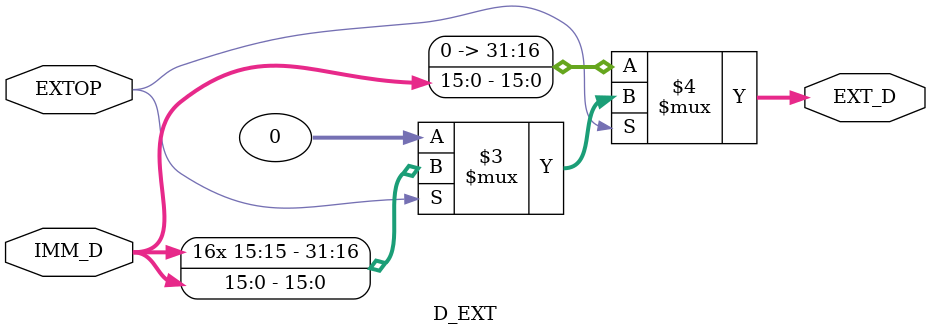
<source format=v>
`timescale 1ns / 1ps
module D_EXT(
    input [15:0] IMM_D,
    input EXTOP,
    output [31:0] EXT_D
    );

assign EXT_D =    (EXTOP == 1'b0) ? {{16{1'b0}}, IMM_D} :
					   (EXTOP == 1'b1) ? {{16{IMM_D[15]}}, IMM_D}:
						32'b0 ;

endmodule

</source>
